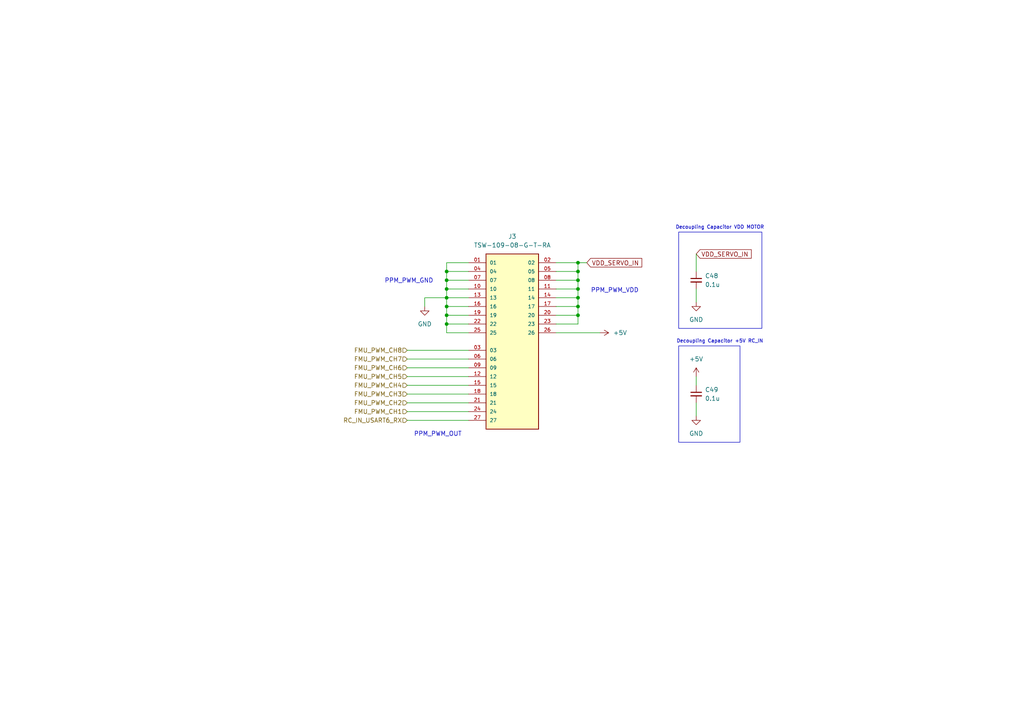
<source format=kicad_sch>
(kicad_sch (version 20231120) (generator "eeschema") (generator_version "8.0")
  (paper "A4")
  (lib_symbols
    (symbol "Connector_Header:TSW-109-08-G-T-RA" (pin_names (offset 1.016))
      (property "Reference" "J" (at -8.12 25.4 0))
      (property "Value" "TSW-109-08-G-T-RA" (at -7.62 -27.94 0))
      (symbol "TSW-109-08-G-T-RA_0_0"
        (rectangle (start -7.62 -25.4) (end 7.62 25.4) (stroke (width 0.254)) (fill (type background)))
        (pin passive line (at -12.7 22.86 0) (length 5.08) (name "01") (number "01"))
        (pin passive line (at 12.7 22.86 180) (length 5.08) (name "02") (number "02"))
        (pin passive line (at -12.7 -2.54 0) (length 5.08) (name "03") (number "03"))
        (pin passive line (at -12.7 20.32 0) (length 5.08) (name "04") (number "04"))
        (pin passive line (at 12.7 20.32 180) (length 5.08) (name "05") (number "05"))
        (pin passive line (at -12.7 -5.08 0) (length 5.08) (name "06") (number "06"))
        (pin passive line (at -12.7 17.78 0) (length 5.08) (name "07") (number "07"))
        (pin passive line (at 12.7 17.78 180) (length 5.08) (name "08") (number "08"))
        (pin passive line (at -12.7 -7.62 0) (length 5.08) (name "09") (number "09"))
        (pin passive line (at -12.7 15.24 0) (length 5.08) (name "10") (number "10"))
        (pin passive line (at 12.7 15.24 180) (length 5.08) (name "11") (number "11"))
        (pin passive line (at -12.7 -10.16 0) (length 5.08) (name "12") (number "12"))
        (pin passive line (at -12.7 12.7 0) (length 5.08) (name "13") (number "13"))
        (pin passive line (at 12.7 12.7 180) (length 5.08) (name "14") (number "14"))
        (pin passive line (at -12.7 -12.7 0) (length 5.08) (name "15") (number "15"))
        (pin passive line (at -12.7 10.16 0) (length 5.08) (name "16") (number "16"))
        (pin passive line (at 12.7 10.16 180) (length 5.08) (name "17") (number "17"))
        (pin passive line (at -12.7 -15.24 0) (length 5.08) (name "18") (number "18"))
        (pin passive line (at -12.7 7.62 0) (length 5.08) (name "19") (number "19"))
        (pin passive line (at 12.7 7.62 180) (length 5.08) (name "20") (number "20"))
        (pin passive line (at -12.7 -17.78 0) (length 5.08) (name "21") (number "21"))
        (pin passive line (at -12.7 5.08 0) (length 5.08) (name "22") (number "22"))
        (pin passive line (at 12.7 5.08 180) (length 5.08) (name "23") (number "23"))
        (pin passive line (at -12.7 -20.32 0) (length 5.08) (name "24") (number "24"))
        (pin passive line (at -12.7 2.54 0) (length 5.08) (name "25") (number "25"))
        (pin passive line (at 12.7 2.54 180) (length 5.08) (name "26") (number "26"))
        (pin passive line (at -12.7 -22.86 0) (length 5.08) (name "27") (number "27"))
      )
    )
    (symbol "Device:C_Small" (pin_numbers hide) (pin_names (offset 0.254) hide)
      (property "Reference" "C" (at 0.254 1.778 0))
      (property "Value" "C_Small" (at 0.254 -2.032 0))
      (symbol "C_Small_0_1"
        (polyline (pts (xy -1.524 -0.508) (xy 1.524 -0.508)) (stroke (width 0.3302)))
        (polyline (pts (xy -1.524 0.508) (xy 1.524 0.508)) (stroke (width 0.3048)))
      )
      (symbol "C_Small_1_1"
        (pin passive line (at 0 2.54 270) (length 2.032) (name "~") (number "1"))
        (pin passive line (at 0 -2.54 90) (length 2.032) (name "~") (number "2"))
      )
    )
    (symbol "power:+5V" (power) (pin_numbers hide) (pin_names (offset 0) hide)
      (property "Value" "+5V" (at 0 3.556 0))
      (symbol "+5V_0_1"
        (polyline (pts (xy -0.762 1.27) (xy 0 2.54)))
        (polyline (pts (xy 0 0) (xy 0 2.54)))
        (polyline (pts (xy 0 2.54) (xy 0.762 1.27)))
      )
      (symbol "+5V_1_1"
        (pin power_in line (at 0 0 90) (length 0) (name "~") (number "1"))
      )
    )
    (symbol "power:GND" (power) (pin_numbers hide) (pin_names (offset 0) hide)
      (property "Value" "GND" (at 0 -3.81 0))
      (symbol "GND_0_1"
        (polyline (pts (xy 0 0) (xy 0 -1.27) (xy 1.27 -1.27) (xy 0 -2.54) (xy -1.27 -1.27) (xy 0 -1.27)))
      )
      (symbol "GND_1_1"
        (pin power_in line (at 0 0 270) (length 0) (name "~") (number "1"))
      )
    )
  )
  (junction (at 167.64 86.36))
  (junction (at 167.64 91.44))
  (junction (at 129.54 88.9))
  (junction (at 167.64 81.28))
  (junction (at 167.64 83.82))
  (junction (at 167.64 78.74))
  (junction (at 129.54 86.36))
  (junction (at 129.54 78.74))
  (junction (at 167.64 76.2))
  (junction (at 129.54 93.98))
  (junction (at 129.54 91.44))
  (junction (at 129.54 83.82))
  (junction (at 167.64 88.9))
  (junction (at 129.54 81.28))
  (wire (pts (xy 123.19 86.36) (xy 129.54 86.36)))
  (wire (pts (xy 118.11 104.14) (xy 135.89 104.14)))
  (wire (pts (xy 118.11 111.76) (xy 135.89 111.76)))
  (wire (pts (xy 201.93 83.82) (xy 201.93 87.63)))
  (wire (pts (xy 167.64 83.82) (xy 167.64 86.36)))
  (wire (pts (xy 129.54 81.28) (xy 135.89 81.28)))
  (wire (pts (xy 201.93 73.66) (xy 201.93 78.74)))
  (wire (pts (xy 129.54 83.82) (xy 135.89 83.82)))
  (wire (pts (xy 129.54 86.36) (xy 135.89 86.36)))
  (wire (pts (xy 118.11 101.6) (xy 135.89 101.6)))
  (wire (pts (xy 129.54 86.36) (xy 129.54 88.9)))
  (wire (pts (xy 173.99 96.52) (xy 161.29 96.52)))
  (wire (pts (xy 167.64 91.44) (xy 167.64 93.98)))
  (wire (pts (xy 129.54 76.2) (xy 135.89 76.2)))
  (wire (pts (xy 167.64 81.28) (xy 167.64 83.82)))
  (wire (pts (xy 118.11 114.3) (xy 135.89 114.3)))
  (wire (pts (xy 201.93 116.84) (xy 201.93 120.65)))
  (wire (pts (xy 129.54 78.74) (xy 129.54 76.2)))
  (wire (pts (xy 118.11 109.22) (xy 135.89 109.22)))
  (wire (pts (xy 167.64 86.36) (xy 167.64 88.9)))
  (wire (pts (xy 167.64 88.9) (xy 167.64 91.44)))
  (wire (pts (xy 161.29 81.28) (xy 167.64 81.28)))
  (wire (pts (xy 129.54 88.9) (xy 135.89 88.9)))
  (wire (pts (xy 129.54 81.28) (xy 129.54 78.74)))
  (wire (pts (xy 123.19 88.9) (xy 123.19 86.36)))
  (wire (pts (xy 129.54 93.98) (xy 129.54 96.52)))
  (wire (pts (xy 161.29 86.36) (xy 167.64 86.36)))
  (wire (pts (xy 167.64 76.2) (xy 167.64 78.74)))
  (wire (pts (xy 129.54 91.44) (xy 129.54 93.98)))
  (wire (pts (xy 118.11 106.68) (xy 135.89 106.68)))
  (wire (pts (xy 129.54 78.74) (xy 135.89 78.74)))
  (wire (pts (xy 167.64 93.98) (xy 161.29 93.98)))
  (wire (pts (xy 161.29 83.82) (xy 167.64 83.82)))
  (wire (pts (xy 201.93 111.76) (xy 201.93 109.22)))
  (wire (pts (xy 167.64 78.74) (xy 167.64 81.28)))
  (wire (pts (xy 161.29 76.2) (xy 167.64 76.2)))
  (wire (pts (xy 129.54 83.82) (xy 129.54 81.28)))
  (wire (pts (xy 161.29 78.74) (xy 167.64 78.74)))
  (wire (pts (xy 118.11 119.38) (xy 135.89 119.38)))
  (wire (pts (xy 161.29 88.9) (xy 167.64 88.9)))
  (wire (pts (xy 129.54 93.98) (xy 135.89 93.98)))
  (wire (pts (xy 161.29 91.44) (xy 167.64 91.44)))
  (wire (pts (xy 118.11 121.92) (xy 135.89 121.92)))
  (wire (pts (xy 129.54 88.9) (xy 129.54 91.44)))
  (wire (pts (xy 129.54 91.44) (xy 135.89 91.44)))
  (wire (pts (xy 129.54 86.36) (xy 129.54 83.82)))
  (wire (pts (xy 118.11 116.84) (xy 135.89 116.84)))
  (wire (pts (xy 129.54 96.52) (xy 135.89 96.52)))
  (wire (pts (xy 167.64 76.2) (xy 170.18 76.2)))
  (rectangle (start 196.85 100.33) (end 214.63 128.27))
  (rectangle (start 196.85 67.31) (end 220.98 95.25))
  (text "PPM_PWM_OUT" (at 127 125.984 0) (effects (font (size 1.27 1.27))))
  (text "Decoupling Capacitor +5V RC_IN" (at 208.788 99.06 0) (effects (font (size 1 1))))
  (text "PPM_PWM_VDD" (at 178.308 84.328 0) (effects (font (size 1.27 1.27))))
  (text "PPM_PWM_GND" (at 118.618 81.534 0) (effects (font (size 1.27 1.27))))
  (text "Decoupling Capacitor VDD MOTOR" (at 208.788 66.04 0) (effects (font (size 1 1))))
  (global_label "VDD_SERVO_IN" (shape input) (at 201.93 73.66 0) (property "Intersheetrefs" "${INTERSHEET_REFS}" (effects (hide yes))))
  (global_label "VDD_SERVO_IN" (shape input) (at 170.18 76.2 0) (property "Intersheetrefs" "${INTERSHEET_REFS}" (effects (hide yes))))
  (hierarchical_label "RC_IN_USART6_RX" (shape input) (at 118.11 121.92 180))
  (hierarchical_label "FMU_PWM_CH4" (shape input) (at 118.11 111.76 180))
  (hierarchical_label "FMU_PWM_CH5" (shape input) (at 118.11 109.22 180))
  (hierarchical_label "FMU_PWM_CH6" (shape input) (at 118.11 106.68 180))
  (hierarchical_label "FMU_PWM_CH2" (shape input) (at 118.11 116.84 180))
  (hierarchical_label "FMU_PWM_CH3" (shape input) (at 118.11 114.3 180))
  (hierarchical_label "FMU_PWM_CH8" (shape input) (at 118.11 101.6 180))
  (hierarchical_label "FMU_PWM_CH1" (shape input) (at 118.11 119.38 180))
  (hierarchical_label "FMU_PWM_CH7" (shape input) (at 118.11 104.14 180))
  (symbol (lib_id "power:GND") (at 123.19 88.9 0) (unit 1)
    (property "Reference" "#PWR0106" (effects (hide yes)))
    (property "Value" "GND" (at 123.19 93.98 0))
    (property "Description" "Power symbol creates a global label with name \"GND\" , ground" (effects (hide yes)))
  )
  (symbol (lib_id "Device:C_Small") (at 201.93 114.3 0) (unit 1)
    (property "Reference" "C49" (at 204.47 113.0362 0) (effects (justify left)))
    (property "Value" "0.1u" (at 204.47 115.5762 0) (effects (justify left)))
    (property "Footprint" "Capacitor_SMD:C_0402_1005Metric_Pad0.74x0.62mm_HandSolder" (effects (hide yes)))
    (property "Description" "Unpolarized capacitor, small symbol" (effects (hide yes)))
  )
  (symbol (lib_id "power:+5V") (at 201.93 109.22 0) (unit 1)
    (property "Reference" "#PWR0111" (effects (hide yes)))
    (property "Value" "+5V" (at 201.93 104.14 0))
    (property "Description" "Power symbol creates a global label with name \"+5V\"" (effects (hide yes)))
  )
  (symbol (lib_id "power:GND") (at 201.93 120.65 0) (unit 1)
    (property "Reference" "#PWR0112" (effects (hide yes)))
    (property "Value" "GND" (at 201.93 125.73 0))
    (property "Description" "Power symbol creates a global label with name \"GND\" , ground" (effects (hide yes)))
  )
  (symbol (lib_id "power:GND") (at 201.93 87.63 0) (unit 1)
    (property "Reference" "#PWR0110" (effects (hide yes)))
    (property "Value" "GND" (at 201.93 92.71 0))
    (property "Description" "Power symbol creates a global label with name \"GND\" , ground" (effects (hide yes)))
  )
  (symbol (lib_id "Connector_Header:TSW-109-08-G-T-RA") (at 148.59 99.06 0) (unit 1)
    (property "Reference" "J3" (at 148.59 68.58 0))
    (property "Value" "TSW-109-08-G-T-RA" (at 148.59 71.12 0))
    (property "Footprint" "TSW-109-08-G-T-RA:SAMTEC_TSW-109-08-G-T-RA" (effects (hide yes)))
    (property "PARTREV" "R" (effects (hide yes)))
    (property "STANDARD" "Manufacturer Recommendations" (effects (hide yes)))
    (property "MANUFACTURER" "Samtec" (effects (hide yes)))
  )
  (symbol (lib_id "power:+5V") (at 173.99 96.52 270) (mirror x) (unit 1)
    (property "Reference" "#PWR0108" (effects (hide yes)))
    (property "Value" "+5V" (at 177.8 96.5199 90) (effects (justify left)))
    (property "Description" "Power symbol creates a global label with name \"+5V\"" (effects (hide yes)))
  )
  (symbol (lib_id "Device:C_Small") (at 201.93 81.28 0) (unit 1)
    (property "Reference" "C48" (at 204.47 80.0162 0) (effects (justify left)))
    (property "Value" "0.1u" (at 204.47 82.5562 0) (effects (justify left)))
    (property "Footprint" "Capacitor_SMD:C_0402_1005Metric_Pad0.74x0.62mm_HandSolder" (effects (hide yes)))
    (property "Description" "Unpolarized capacitor, small symbol" (effects (hide yes)))
  )
)
</source>
